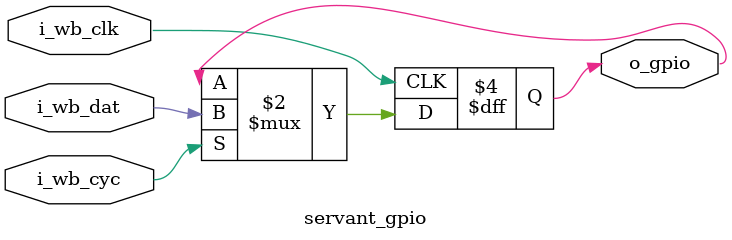
<source format=v>
module servant_gpio
  (
   input wire i_wb_clk,
   input wire i_wb_dat,
   input wire i_wb_cyc,
   output reg o_gpio);

   always @(posedge i_wb_clk)
     if (i_wb_cyc)
       o_gpio <= i_wb_dat;
endmodule

</source>
